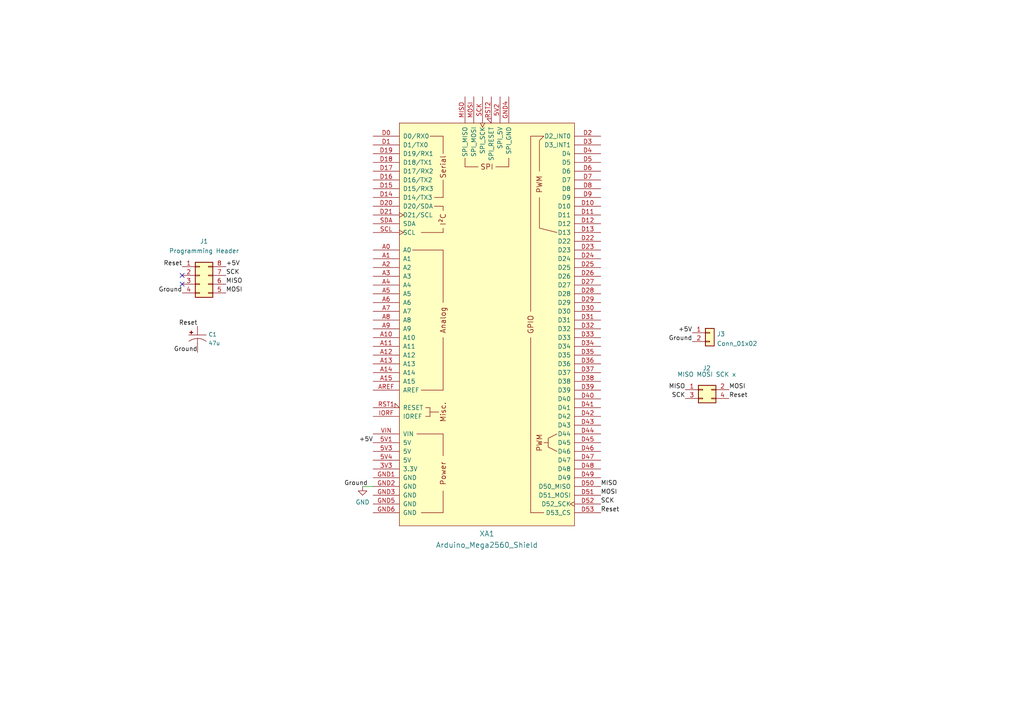
<source format=kicad_sch>
(kicad_sch (version 20211123) (generator eeschema)
  (paper "A4")
  (lib_symbols
    (symbol "4ms-passives:CAP-ELEC-TH" (pin_numbers hide) (pin_names (offset 1.016) hide)
      (property "Reference" "C" (at 1.016 0.635 0))
      (property "Value" "CAP-ELEC-TH" (at 1.016 -4.191 0))
      (symbol "CAP-ELEC-TH_1_0"
        (polyline (pts (xy -2.54 0) (xy 2.54 0)))
        (polyline (pts (xy 0 -1.016) (xy 0 -2.54)))
        (polyline (pts (xy 0 -1.016) (xy 0 -1.016)))
      )
      (symbol "CAP-ELEC-TH_1_1"
        (rectangle (start -2.2352 0.6604) (end -1.3462 0.7874) (fill (type outline)))
        (rectangle (start -1.8542 0.2794) (end -1.7272 1.1684) (fill (type outline)))
        (arc (start 0 -1.016) (mid -1.2956 -1.2294) (end -2.4638 -1.8288))
        (arc (start 2.4892 -1.8542) (mid 1.3164 -1.2156) (end 0 -0.9906))
        (pin passive line (at 0 2.54 270) (length 2.54) (name "+") (number "1"))
        (pin passive line (at 0 -5.08 90) (length 2.54) (name "-") (number "2"))
      )
    )
    (symbol "Connector_Generic:Conn_01x02" (pin_names (offset 1.016) hide)
      (property "Reference" "J" (at 0 2.54 0))
      (property "Value" "Conn_01x02" (at 0 -5.08 0))
      (symbol "Conn_01x02_1_1"
        (rectangle (start -1.27 -2.413) (end 0 -2.667) (stroke (width 0.1524)))
        (rectangle (start -1.27 0.127) (end 0 -0.127) (stroke (width 0.1524)))
        (rectangle (start -1.27 1.27) (end 1.27 -3.81) (stroke (width 0.254)) (fill (type background)))
        (pin passive line (at -5.08 0 0) (length 3.81) (name "Pin_1") (number "1"))
        (pin passive line (at -5.08 -2.54 0) (length 3.81) (name "Pin_2") (number "2"))
      )
    )
    (symbol "Connector_Generic:Conn_02x02_Odd_Even" (pin_names (offset 1.016) hide)
      (property "Reference" "J" (at 1.27 2.54 0))
      (property "Value" "Conn_02x02_Odd_Even" (at 1.27 -5.08 0))
      (symbol "Conn_02x02_Odd_Even_1_1"
        (rectangle (start -1.27 -2.413) (end 0 -2.667) (stroke (width 0.1524)))
        (rectangle (start -1.27 0.127) (end 0 -0.127) (stroke (width 0.1524)))
        (rectangle (start -1.27 1.27) (end 3.81 -3.81) (stroke (width 0.254)) (fill (type background)))
        (rectangle (start 3.81 -2.413) (end 2.54 -2.667) (stroke (width 0.1524)))
        (rectangle (start 3.81 0.127) (end 2.54 -0.127) (stroke (width 0.1524)))
        (pin passive line (at -5.08 0 0) (length 3.81) (name "Pin_1") (number "1"))
        (pin passive line (at 7.62 0 180) (length 3.81) (name "Pin_2") (number "2"))
        (pin passive line (at -5.08 -2.54 0) (length 3.81) (name "Pin_3") (number "3"))
        (pin passive line (at 7.62 -2.54 180) (length 3.81) (name "Pin_4") (number "4"))
      )
    )
    (symbol "Connector_Generic:Conn_02x04_Counter_Clockwise" (pin_names (offset 1.016) hide)
      (property "Reference" "J" (at 1.27 5.08 0))
      (property "Value" "Conn_02x04_Counter_Clockwise" (at 1.27 -7.62 0))
      (symbol "Conn_02x04_Counter_Clockwise_1_1"
        (rectangle (start -1.27 -4.953) (end 0 -5.207) (stroke (width 0.1524)))
        (rectangle (start -1.27 -2.413) (end 0 -2.667) (stroke (width 0.1524)))
        (rectangle (start -1.27 0.127) (end 0 -0.127) (stroke (width 0.1524)))
        (rectangle (start -1.27 2.667) (end 0 2.413) (stroke (width 0.1524)))
        (rectangle (start -1.27 3.81) (end 3.81 -6.35) (stroke (width 0.254)) (fill (type background)))
        (rectangle (start 3.81 -4.953) (end 2.54 -5.207) (stroke (width 0.1524)))
        (rectangle (start 3.81 -2.413) (end 2.54 -2.667) (stroke (width 0.1524)))
        (rectangle (start 3.81 0.127) (end 2.54 -0.127) (stroke (width 0.1524)))
        (rectangle (start 3.81 2.667) (end 2.54 2.413) (stroke (width 0.1524)))
        (pin passive line (at -5.08 2.54 0) (length 3.81) (name "Pin_1") (number "1"))
        (pin passive line (at -5.08 0 0) (length 3.81) (name "Pin_2") (number "2"))
        (pin passive line (at -5.08 -2.54 0) (length 3.81) (name "Pin_3") (number "3"))
        (pin passive line (at -5.08 -5.08 0) (length 3.81) (name "Pin_4") (number "4"))
        (pin passive line (at 7.62 -5.08 180) (length 3.81) (name "Pin_5") (number "5"))
        (pin passive line (at 7.62 -2.54 180) (length 3.81) (name "Pin_6") (number "6"))
        (pin passive line (at 7.62 0 180) (length 3.81) (name "Pin_7") (number "7"))
        (pin passive line (at 7.62 2.54 180) (length 3.81) (name "Pin_8") (number "8"))
      )
    )
    (symbol "PCM_arduino-library:Arduino_Mega2560_Shield" (pin_names (offset 1.016))
      (property "Reference" "XA" (at 0 -62.23 0))
      (property "Value" "Arduino_Mega2560_Shield" (at 0 -66.04 0))
      (symbol "Arduino_Mega2560_Shield_0_0"
        (rectangle (start -25.4 -58.42) (end 25.4 58.42) (fill (type background)))
        (rectangle (start -20.32 -31.75) (end -12.7 -31.75))
        (rectangle (start -19.05 -54.61) (end -12.7 -54.61))
        (rectangle (start -19.05 -19.05) (end -12.7 -19.05))
        (rectangle (start -19.05 26.67) (end -12.7 26.67))
        (rectangle (start -17.78 -26.67) (end -16.51 -26.67))
        (rectangle (start -17.78 -24.13) (end -16.51 -24.13))
        (rectangle (start -16.51 -25.4) (end -13.97 -25.4))
        (rectangle (start -16.51 -24.13) (end -16.51 -26.67))
        (rectangle (start -16.51 54.61) (end -12.7 54.61))
        (rectangle (start -15.24 34.29) (end -12.7 34.29))
        (rectangle (start -15.24 36.83) (end -12.7 36.83))
        (rectangle (start -12.7 -54.61) (end -12.7 -48.26))
        (rectangle (start -12.7 -31.75) (end -12.7 -38.1))
        (rectangle (start -12.7 26.67) (end -12.7 27.94))
        (rectangle (start -12.7 34.29) (end -12.7 33.02))
        (rectangle (start -12.7 41.91) (end -12.7 36.83))
        (rectangle (start -12.7 49.53) (end -12.7 54.61))
        (rectangle (start -6.35 48.26) (end -6.35 45.72))
        (rectangle (start -2.54 45.72) (end -6.35 45.72))
        (polyline (pts (xy -21.59 21.59) (xy -12.7 21.59)))
        (polyline (pts (xy -12.7 -19.05) (xy -12.7 -3.81)))
        (polyline (pts (xy -12.7 6.35) (xy -12.7 21.59)))
        (polyline (pts (xy 12.7 -54.61) (xy 16.51 -54.61)))
        (polyline (pts (xy 12.7 54.61) (xy 16.51 54.61)))
        (polyline (pts (xy 17.78 -34.29) (xy 16.51 -34.29)))
        (polyline (pts (xy 15.24 36.83) (xy 15.24 27.94) (xy 20.32 26.67)))
        (polyline (pts (xy 15.24 44.45) (xy 15.24 53.34) (xy 16.51 54.61)))
        (polyline (pts (xy 20.32 -31.75) (xy 17.78 -33.02) (xy 17.78 -35.56) (xy 20.32 -36.83)))
        (rectangle (start 6.35 45.72) (end 2.54 45.72))
        (rectangle (start 6.35 48.26) (end 6.35 45.72))
        (text "Analog" (at -12.7 1.27 900) (effects (font (size 1.524 1.524))))
        (text "I²C" (at -12.7 30.48 900) (effects (font (size 1.524 1.524))))
        (text "Misc." (at -12.7 -25.4 900) (effects (font (size 1.524 1.524))))
        (text "Power" (at -12.7 -43.18 900) (effects (font (size 1.524 1.524))))
        (text "PWM" (at 15.24 -34.29 900) (effects (font (size 1.524 1.524))))
        (text "PWM" (at 15.24 40.64 900) (effects (font (size 1.524 1.524))))
        (text "Serial" (at -12.7 45.72 900) (effects (font (size 1.524 1.524))))
        (text "SPI" (at 0 45.72 0) (effects (font (size 1.524 1.524))))
      )
      (symbol "Arduino_Mega2560_Shield_1_0"
        (rectangle (start 12.7 -54.61) (end 12.7 -3.81))
        (rectangle (start 12.7 54.61) (end 12.7 3.81))
        (text "GPIO" (at 12.7 0 900) (effects (font (size 1.524 1.524))))
      )
      (symbol "Arduino_Mega2560_Shield_1_1"
        (pin power_out line (at -33.02 -41.91 0) (length 7.62) (name "3.3V") (number "3V3"))
        (pin power_in line (at -33.02 -34.29 0) (length 7.62) (name "5V") (number "5V1"))
        (pin power_in line (at 3.81 66.04 270) (length 7.62) (name "SPI_5V") (number "5V2"))
        (pin power_in line (at -33.02 -36.83 0) (length 7.62) (name "5V") (number "5V3"))
        (pin power_in line (at -33.02 -39.37 0) (length 7.62) (name "5V") (number "5V4"))
        (pin bidirectional line (at -33.02 21.59 0) (length 7.62) (name "A0") (number "A0"))
        (pin bidirectional line (at -33.02 19.05 0) (length 7.62) (name "A1") (number "A1"))
        (pin bidirectional line (at -33.02 -3.81 0) (length 7.62) (name "A10") (number "A10"))
        (pin bidirectional line (at -33.02 -6.35 0) (length 7.62) (name "A11") (number "A11"))
        (pin bidirectional line (at -33.02 -8.89 0) (length 7.62) (name "A12") (number "A12"))
        (pin bidirectional line (at -33.02 -11.43 0) (length 7.62) (name "A13") (number "A13"))
        (pin bidirectional line (at -33.02 -13.97 0) (length 7.62) (name "A14") (number "A14"))
        (pin bidirectional line (at -33.02 -16.51 0) (length 7.62) (name "A15") (number "A15"))
        (pin bidirectional line (at -33.02 16.51 0) (length 7.62) (name "A2") (number "A2"))
        (pin bidirectional line (at -33.02 13.97 0) (length 7.62) (name "A3") (number "A3"))
        (pin bidirectional line (at -33.02 11.43 0) (length 7.62) (name "A4") (number "A4"))
        (pin bidirectional line (at -33.02 8.89 0) (length 7.62) (name "A5") (number "A5"))
        (pin bidirectional line (at -33.02 6.35 0) (length 7.62) (name "A6") (number "A6"))
        (pin bidirectional line (at -33.02 3.81 0) (length 7.62) (name "A7") (number "A7"))
        (pin bidirectional line (at -33.02 1.27 0) (length 7.62) (name "A8") (number "A8"))
        (pin bidirectional line (at -33.02 -1.27 0) (length 7.62) (name "A9") (number "A9"))
        (pin input line (at -33.02 -19.05 0) (length 7.62) (name "AREF") (number "AREF"))
        (pin bidirectional line (at -33.02 54.61 0) (length 7.62) (name "D0/RX0") (number "D0"))
        (pin bidirectional line (at -33.02 52.07 0) (length 7.62) (name "D1/TX0") (number "D1"))
        (pin bidirectional line (at 33.02 34.29 180) (length 7.62) (name "D10") (number "D10"))
        (pin bidirectional line (at 33.02 31.75 180) (length 7.62) (name "D11") (number "D11"))
        (pin bidirectional line (at 33.02 29.21 180) (length 7.62) (name "D12") (number "D12"))
        (pin bidirectional line (at 33.02 26.67 180) (length 7.62) (name "D13") (number "D13"))
        (pin bidirectional line (at -33.02 36.83 0) (length 7.62) (name "D14/TX3") (number "D14"))
        (pin bidirectional line (at -33.02 39.37 0) (length 7.62) (name "D15/RX3") (number "D15"))
        (pin bidirectional line (at -33.02 41.91 0) (length 7.62) (name "D16/TX2") (number "D16"))
        (pin bidirectional line (at -33.02 44.45 0) (length 7.62) (name "D17/RX2") (number "D17"))
        (pin bidirectional line (at -33.02 46.99 0) (length 7.62) (name "D18/TX1") (number "D18"))
        (pin bidirectional line (at -33.02 49.53 0) (length 7.62) (name "D19/RX1") (number "D19"))
        (pin bidirectional line (at 33.02 54.61 180) (length 7.62) (name "D2_INT0") (number "D2"))
        (pin bidirectional line (at -33.02 34.29 0) (length 7.62) (name "D20/SDA") (number "D20"))
        (pin bidirectional clock (at -33.02 31.75 0) (length 7.62) (name "D21/SCL") (number "D21"))
        (pin bidirectional line (at 33.02 24.13 180) (length 7.62) (name "D22") (number "D22"))
        (pin bidirectional line (at 33.02 21.59 180) (length 7.62) (name "D23") (number "D23"))
        (pin bidirectional line (at 33.02 19.05 180) (length 7.62) (name "D24") (number "D24"))
        (pin bidirectional line (at 33.02 16.51 180) (length 7.62) (name "D25") (number "D25"))
        (pin bidirectional line (at 33.02 13.97 180) (length 7.62) (name "D26") (number "D26"))
        (pin bidirectional line (at 33.02 11.43 180) (length 7.62) (name "D27") (number "D27"))
        (pin bidirectional line (at 33.02 8.89 180) (length 7.62) (name "D28") (number "D28"))
        (pin bidirectional line (at 33.02 6.35 180) (length 7.62) (name "D29") (number "D29"))
        (pin bidirectional line (at 33.02 52.07 180) (length 7.62) (name "D3_INT1") (number "D3"))
        (pin bidirectional line (at 33.02 3.81 180) (length 7.62) (name "D30") (number "D30"))
        (pin bidirectional line (at 33.02 1.27 180) (length 7.62) (name "D31") (number "D31"))
        (pin bidirectional line (at 33.02 -1.27 180) (length 7.62) (name "D32") (number "D32"))
        (pin bidirectional line (at 33.02 -3.81 180) (length 7.62) (name "D33") (number "D33"))
        (pin bidirectional line (at 33.02 -6.35 180) (length 7.62) (name "D34") (number "D34"))
        (pin bidirectional line (at 33.02 -8.89 180) (length 7.62) (name "D35") (number "D35"))
        (pin bidirectional line (at 33.02 -11.43 180) (length 7.62) (name "D36") (number "D36"))
        (pin bidirectional line (at 33.02 -13.97 180) (length 7.62) (name "D37") (number "D37"))
        (pin bidirectional line (at 33.02 -16.51 180) (length 7.62) (name "D38") (number "D38"))
        (pin bidirectional line (at 33.02 -19.05 180) (length 7.62) (name "D39") (number "D39"))
        (pin bidirectional line (at 33.02 49.53 180) (length 7.62) (name "D4") (number "D4"))
        (pin bidirectional line (at 33.02 -21.59 180) (length 7.62) (name "D40") (number "D40"))
        (pin bidirectional line (at 33.02 -24.13 180) (length 7.62) (name "D41") (number "D41"))
        (pin bidirectional line (at 33.02 -26.67 180) (length 7.62) (name "D42") (number "D42"))
        (pin bidirectional line (at 33.02 -29.21 180) (length 7.62) (name "D43") (number "D43"))
        (pin bidirectional line (at 33.02 -31.75 180) (length 7.62) (name "D44") (number "D44"))
        (pin bidirectional line (at 33.02 -34.29 180) (length 7.62) (name "D45") (number "D45"))
        (pin bidirectional line (at 33.02 -36.83 180) (length 7.62) (name "D46") (number "D46"))
        (pin bidirectional line (at 33.02 -39.37 180) (length 7.62) (name "D47") (number "D47"))
        (pin bidirectional line (at 33.02 -41.91 180) (length 7.62) (name "D48") (number "D48"))
        (pin bidirectional line (at 33.02 -44.45 180) (length 7.62) (name "D49") (number "D49"))
        (pin bidirectional line (at 33.02 46.99 180) (length 7.62) (name "D5") (number "D5"))
        (pin bidirectional line (at 33.02 -46.99 180) (length 7.62) (name "D50_MISO") (number "D50"))
        (pin bidirectional line (at 33.02 -49.53 180) (length 7.62) (name "D51_MOSI") (number "D51"))
        (pin bidirectional clock (at 33.02 -52.07 180) (length 7.62) (name "D52_SCK") (number "D52"))
        (pin bidirectional line (at 33.02 -54.61 180) (length 7.62) (name "D53_CS") (number "D53"))
        (pin bidirectional line (at 33.02 44.45 180) (length 7.62) (name "D6") (number "D6"))
        (pin bidirectional line (at 33.02 41.91 180) (length 7.62) (name "D7") (number "D7"))
        (pin bidirectional line (at 33.02 39.37 180) (length 7.62) (name "D8") (number "D8"))
        (pin bidirectional line (at 33.02 36.83 180) (length 7.62) (name "D9") (number "D9"))
        (pin power_in line (at -33.02 -44.45 0) (length 7.62) (name "GND") (number "GND1"))
        (pin power_in line (at -33.02 -46.99 0) (length 7.62) (name "GND") (number "GND2"))
        (pin power_in line (at -33.02 -49.53 0) (length 7.62) (name "GND") (number "GND3"))
        (pin power_in line (at 6.35 66.04 270) (length 7.62) (name "SPI_GND") (number "GND4"))
        (pin power_in line (at -33.02 -52.07 0) (length 7.62) (name "GND") (number "GND5"))
        (pin power_in line (at -33.02 -54.61 0) (length 7.62) (name "GND") (number "GND6"))
        (pin output line (at -33.02 -26.67 0) (length 7.62) (name "IOREF") (number "IORF"))
        (pin input line (at -6.35 66.04 270) (length 7.62) (name "SPI_MISO") (number "MISO"))
        (pin output line (at -3.81 66.04 270) (length 7.62) (name "SPI_MOSI") (number "MOSI"))
        (pin open_collector input_low (at -33.02 -24.13 0) (length 7.62) (name "RESET") (number "RST1"))
        (pin open_collector input_low (at 1.27 66.04 270) (length 7.62) (name "SPI_RESET") (number "RST2"))
        (pin output clock (at -1.27 66.04 270) (length 7.62) (name "SPI_SCK") (number "SCK"))
        (pin bidirectional clock (at -33.02 26.67 0) (length 7.62) (name "SCL") (number "SCL"))
        (pin bidirectional line (at -33.02 29.21 0) (length 7.62) (name "SDA") (number "SDA"))
        (pin power_in line (at -33.02 -31.75 0) (length 7.62) (name "VIN") (number "VIN"))
      )
    )
    (symbol "power:GND" (power) (pin_names (offset 0))
      (property "Value" "GND" (at 0 -3.81 0))
      (symbol "GND_0_1"
        (polyline (pts (xy 0 0) (xy 0 -1.27) (xy 1.27 -1.27) (xy 0 -2.54) (xy -1.27 -1.27) (xy 0 -1.27)))
      )
      (symbol "GND_1_1"
        (pin power_in line (at 0 0 270) (length 0) hide (name "GND") (number "1"))
      )
    )
  )
  (no_connect (at 52.832 82.423))
  (no_connect (at 52.832 79.883))
  (wire (pts (xy 105.156 141.097) (xy 108.204 141.097)))
  (label "MOSI" (at 211.455 113.03 0))
  (label "Reset" (at 57.277 94.615 180))
  (label "Ground" (at 57.277 102.235 180))
  (label "SCK" (at 65.532 79.883 0))
  (label "+5V" (at 108.204 128.397 180))
  (label "MOSI" (at 174.244 143.637 0))
  (label "MISO" (at 198.755 113.03 180))
  (label "Reset" (at 174.244 148.717 0))
  (label "Reset" (at 211.455 115.57 0))
  (label "Reset" (at 52.832 77.343 180))
  (label "Ground" (at 200.787 99.06 180))
  (label "SCK" (at 174.244 146.177 0))
  (label "MISO" (at 174.244 141.097 0))
  (label "MOSI" (at 65.532 84.963 0))
  (label "Ground" (at 106.68 141.097 180))
  (label "+5V" (at 200.787 96.52 180))
  (label "+5V" (at 65.532 77.343 0))
  (label "SCK" (at 198.755 115.57 180))
  (label "MISO" (at 65.532 82.423 0))
  (label "Ground" (at 52.832 84.963 180))
  (symbol (lib_id "Connector_Generic:Conn_02x02_Odd_Even") (at 203.835 113.03 0) (unit 1)
    (property "Reference" "J2" (at 204.978 106.7775 0))
    (property "Value" "MISO MOSI SCK x" (at 204.978 108.585 0))
    (property "Footprint" "4ms-footprints:Pin_Header_Straight_2x04" (effects hide))
  )
  (symbol (lib_id "Connector_Generic:Conn_02x04_Counter_Clockwise") (at 57.912 79.883 0) (unit 1)
    (property "Reference" "J1" (at 59.182 69.9959 0))
    (property "Value" "Programming Header" (at 59.182 72.771 0))
    (property "Footprint" "swamp-witch:DIP_8pin_TH" (effects hide))
  )
  (symbol (lib_id "power:GND") (at 105.156 141.097 0) (unit 1)
    (property "Reference" "#PWR0101" (effects hide))
    (property "Value" "GND" (at 105.156 145.6595 0))
  )
  (symbol (lib_id "PCM_arduino-library:Arduino_Mega2560_Shield") (at 141.224 94.107 0) (unit 1)
    (property "Reference" "XA1" (at 141.224 154.8015 0) (effects (font (size 1.524 1.524))))
    (property "Value" "Arduino_Mega2560_Shield" (at 141.224 158.0805 0) (effects (font (size 1.524 1.524))))
    (property "Footprint" "PCM_arduino-library:Arduino_Mega2560_Shield" (effects hide))
    (property "Datasheet" "https://docs.arduino.cc/hardware/mega-2560" (effects hide))
  )
  (symbol (lib_id "4ms-passives:CAP-ELEC-TH") (at 57.277 97.155 0) (unit 1)
    (property "Reference" "C1" (at 60.452 97.0105 0) (effects (font (size 1.143 1.143)) (justify left)))
    (property "Value" "47u" (at 60.452 99.5333 0) (effects (font (size 1.143 1.143)) (justify left)))
    (property "Footprint" "swamp-witch:Cap_Electrolytic_TH" (effects hide))
  )
  (symbol (lib_id "Connector_Generic:Conn_01x02") (at 205.867 96.52 0) (unit 1)
    (property "Reference" "J3" (at 207.899 96.8815 0) (effects (justify left)))
    (property "Value" "Conn_01x02" (at 207.899 99.6566 0) (effects (justify left)))
    (property "Footprint" "Connector_Molex:Molex_KK-254_AE-6410-02A_1x02_P2.54mm_Vertical" (effects hide))
  )
)
</source>
